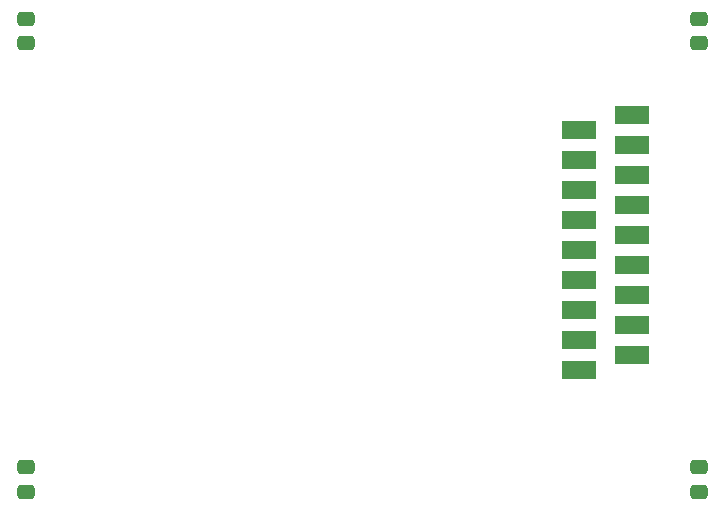
<source format=gtp>
G04 #@! TF.GenerationSoftware,KiCad,Pcbnew,(6.0.11)*
G04 #@! TF.CreationDate,2024-01-03T02:28:53+00:00*
G04 #@! TF.ProjectId,Tait_TM8XXX_TNC_Adapter,54616974-5f54-44d3-9858-58585f544e43,rev?*
G04 #@! TF.SameCoordinates,Original*
G04 #@! TF.FileFunction,Paste,Top*
G04 #@! TF.FilePolarity,Positive*
%FSLAX46Y46*%
G04 Gerber Fmt 4.6, Leading zero omitted, Abs format (unit mm)*
G04 Created by KiCad (PCBNEW (6.0.11)) date 2024-01-03 02:28:53*
%MOMM*%
%LPD*%
G01*
G04 APERTURE LIST*
G04 Aperture macros list*
%AMRoundRect*
0 Rectangle with rounded corners*
0 $1 Rounding radius*
0 $2 $3 $4 $5 $6 $7 $8 $9 X,Y pos of 4 corners*
0 Add a 4 corners polygon primitive as box body*
4,1,4,$2,$3,$4,$5,$6,$7,$8,$9,$2,$3,0*
0 Add four circle primitives for the rounded corners*
1,1,$1+$1,$2,$3*
1,1,$1+$1,$4,$5*
1,1,$1+$1,$6,$7*
1,1,$1+$1,$8,$9*
0 Add four rect primitives between the rounded corners*
20,1,$1+$1,$2,$3,$4,$5,0*
20,1,$1+$1,$4,$5,$6,$7,0*
20,1,$1+$1,$6,$7,$8,$9,0*
20,1,$1+$1,$8,$9,$2,$3,0*%
G04 Aperture macros list end*
%ADD10RoundRect,0.250000X-0.475000X0.337500X-0.475000X-0.337500X0.475000X-0.337500X0.475000X0.337500X0*%
%ADD11RoundRect,0.250000X0.475000X-0.337500X0.475000X0.337500X-0.475000X0.337500X-0.475000X-0.337500X0*%
%ADD12R,3.000000X1.500000*%
G04 APERTURE END LIST*
D10*
X210876503Y-58610487D03*
X210876503Y-60685487D03*
X153876015Y-58610487D03*
X153876015Y-60685487D03*
D11*
X153876015Y-98684961D03*
X153876015Y-96609961D03*
X210876503Y-98684961D03*
X210876503Y-96609961D03*
D12*
X205177681Y-66764528D03*
X200677681Y-68034528D03*
X205177681Y-69304528D03*
X200677681Y-70574528D03*
X205177681Y-71844528D03*
X200677681Y-73114528D03*
X205177681Y-74384528D03*
X200677681Y-75654528D03*
X205177681Y-76924528D03*
X200677681Y-78194528D03*
X205177681Y-79464528D03*
X200677681Y-80734528D03*
X205177681Y-82004528D03*
X200677681Y-83274528D03*
X205177681Y-84544528D03*
X200677681Y-85814528D03*
X205177681Y-87084528D03*
X200677681Y-88354528D03*
M02*

</source>
